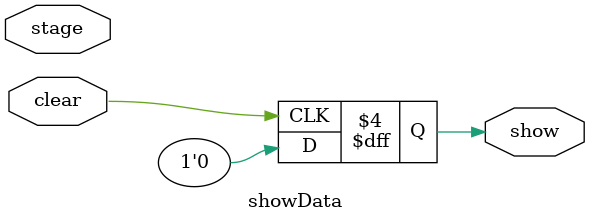
<source format=v>
module showData(stage,show,clear);

input [4:0] stage;
input clear;
output show;

reg show;

integer i = 0;

always @(posedge clear)
begin
    show = 0;
    for(i = 5; i > 0; i = i-1)
    begin
        show = 1;
        show = 0;
    end
end

endmodule
</source>
